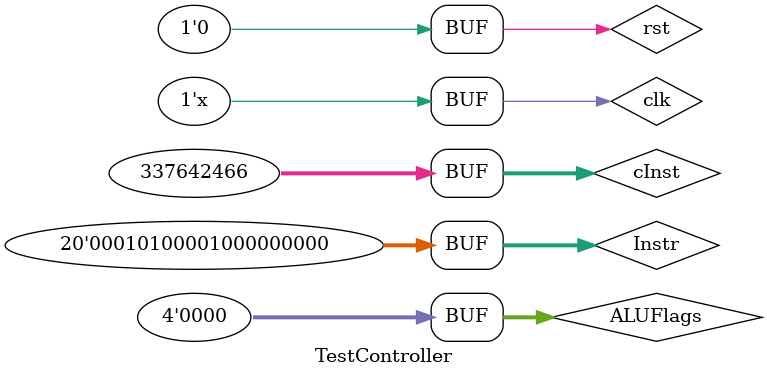
<source format=sv>
`timescale 1 ps / 1 ps
module TestController();
	logic clk,rst;
	logic [31:12] Instr;
	logic [3:0] ALUFlags;
	logic [1:0] RegSrc;
	logic RegWrite;
	logic [1:0] ImmSrc;
	logic ALUSrc;
	logic [1:0] ALUControl;
	logic MemWrite, MemtoReg;
	logic [31:0] cInst;
	controller controlUnit (clk, rst,Instr,ALUFlags,RegSrc, RegWrite, ImmSrc,
	ALUSrc, ALUControl, MemWrite, MemtoReg, PCSrc);
	
	initial begin 
		rst=1; #10;rst=0;
		clk=0; #10
		//cInst= 32'b11100011101000000000000000000000;
		cInst= 32'b00010100001000000000001111100010;
		Instr= cInst[31:12];
		ALUFlags= 4'b0000;
	end 
	
	
	always begin 
		clk=~clk; #5;
	end

endmodule


</source>
